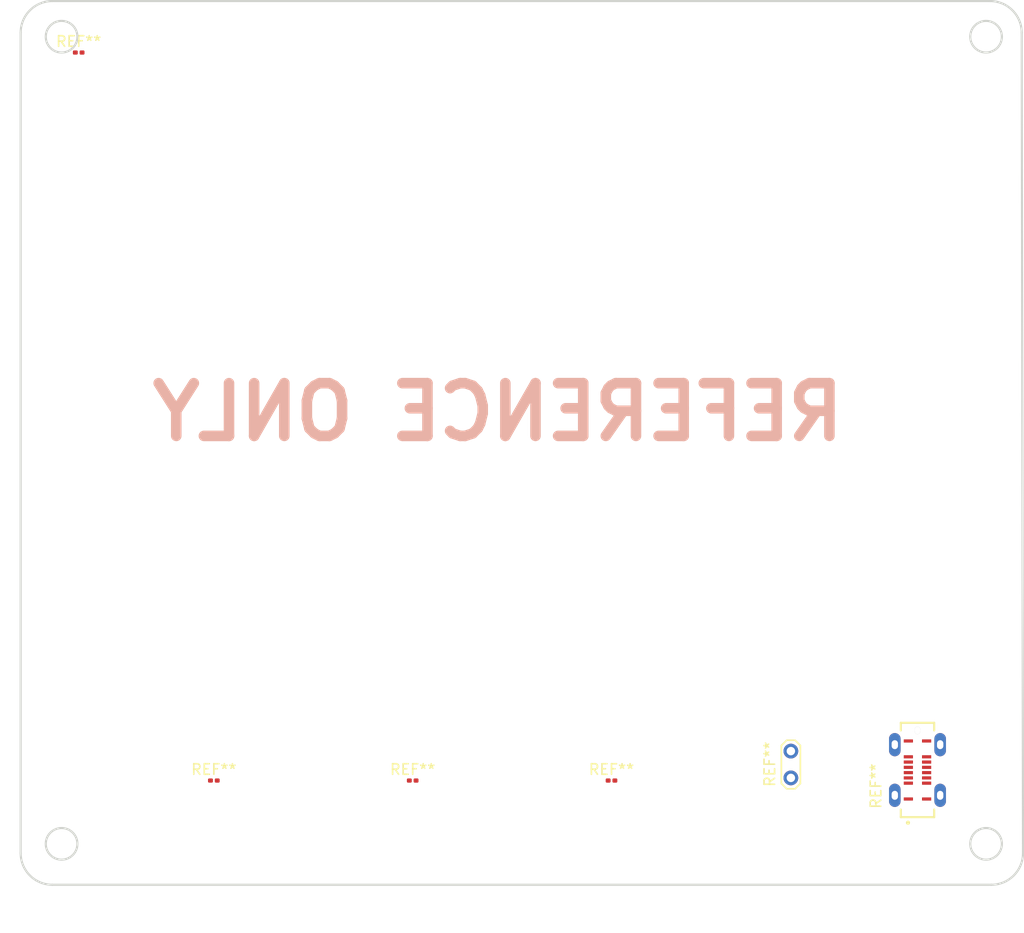
<source format=kicad_pcb>
(kicad_pcb (version 20240108) (generator "pcbnew") (generator_version "8.0")
  (layers (0 "F.Cu" signal) (31 "B.Cu" signal) (34 "B.Paste" user) (35 "F.Paste" user) (36 "B.SilkS" user "B.Silkscreen") (37 "F.SilkS" user "F.Silkscreen") (38 "B.Mask" user) (39 "F.Mask" user) (44 "Edge.Cuts" user))
  (net 0 "")
  (footprint "Resistor_SMD:R_0201_0603Metric" (layer "F.Cu") (at 168.5 100.5)
    (property "Reference" "REF**" (at 0 -1.05 0) (layer "F.SilkS"))
    (property "Value" "R_0201_0603Metric")
    (pad "1" smd roundrect (at -0.32 0) (size 0.46 0.4) (layers "F.Cu" "F.Mask"))
    (pad "2" smd roundrect (at 0.32 0) (size 0.46 0.4) (layers "F.Cu" "F.Mask"))
  )
  (footprint "Resistor_SMD:R_0201_0603Metric" (layer "F.Cu") (at 118 31.5)
    (property "Reference" "REF**" (at 0 -1.05 0) (layer "F.SilkS"))
    (property "Value" "R_0201_0603Metric")
    (pad "1" smd roundrect (at -0.32 0) (size 0.46 0.4) (layers "F.Cu" "F.Mask"))
    (pad "2" smd roundrect (at 0.32 0) (size 0.46 0.4) (layers "F.Cu" "F.Mask"))
  )
  (footprint "Resistor_SMD:R_0201_0603Metric" (layer "F.Cu") (at 149.655 100.5)
    (property "Reference" "REF**" (at 0 -1.05 0) (layer "F.SilkS"))
    (property "Value" "R_0201_0603Metric")
    (pad "1" smd roundrect (at -0.32 0) (size 0.46 0.4) (layers "F.Cu" "F.Mask"))
    (pad "2" smd roundrect (at 0.32 0) (size 0.46 0.4) (layers "F.Cu" "F.Mask"))
  )
  (footprint "USB4120_03_C:USB4120_03_C" (layer "F.Cu") (at 197.5 99.5 90)
    (property "Reference" "REF**" (at -1.524 -3.937 90) (layer "F.SilkS"))
    (property "Value" "GCT_USB4120-03-C_REVA")
    (fp_line (start 4.47 -1.58) (end 4.47 1.58) (stroke (width 0.2)) (layer "F.SilkS"))
    (fp_line (start 3.75 -1.58) (end 4.47 -1.58) (stroke (width 0.2)) (layer "F.SilkS"))
    (fp_line (start -3.75 -1.58) (end -4.47 -1.58) (stroke (width 0.2)) (layer "F.SilkS"))
    (fp_line (start -4.47 -1.58) (end -4.47 1.58) (stroke (width 0.2)) (layer "F.SilkS"))
    (fp_line (start 4.47 1.58) (end 3.75 1.58) (stroke (width 0.2)) (layer "F.SilkS"))
    (fp_line (start -4.47 1.58) (end -3.75 1.58) (stroke (width 0.2)) (layer "F.SilkS"))
    (fp_circle (center -5 -0.9) (end -4.9 -0.9) (stroke (width 0.2)) (fill none) (layer "F.SilkS"))
    (fp_line (start 3.65 -0.26) (end 3.85 -0.26) (stroke (width 0.01)) (layer "Edge.Cuts"))
    (fp_line (start 3.85 0.26) (end 3.65 0.26) (stroke (width 0.01)) (layer "Edge.Cuts"))
    (fp_arc (start 3.85 -0.26) (mid 4.033848 -0.183848) (end 4.11 0) (stroke (width 0.01)) (layer "Edge.Cuts"))
    (fp_arc (start 4.11 0) (mid 4.033848 0.183848) (end 3.85 0.26) (stroke (width 0.01)) (layer "Edge.Cuts"))
    (fp_arc (start 3.39 0) (mid 3.466152 -0.183848) (end 3.65 -0.26) (stroke (width 0.01)) (layer "Edge.Cuts"))
    (fp_arc (start 3.65 0.26) (mid 3.466152 0.183848) (end 3.39 0) (stroke (width 0.01)) (layer "Edge.Cuts"))
    (pad "" np_thru_hole circle (at -3.75 0 90) (size 0.52 0.52) (drill 0.52) (layers "*.Cu" "*.Mask"))
    (pad "" np_thru_hole circle (at 3.75 0 90) (size 0.52 0.52) (drill 0.52) (layers "*.Cu" "*.Mask"))
    (pad "A1" smd rect (at -2.75 -0.865 90) (size 0.3 0.87) (layers "F.Cu" "F.Paste" "F.Mask"))
    (pad "A4" smd rect (at -1.25 -0.865 90) (size 0.3 0.87) (layers "F.Cu" "F.Paste" "F.Mask"))
    (pad "A5" smd rect (at -0.75 -0.865 90) (size 0.3 0.87) (layers "F.Cu" "F.Paste" "F.Mask"))
    (pad "A6" smd rect (at -0.25 -0.865 90) (size 0.3 0.87) (layers "F.Cu" "F.Paste" "F.Mask"))
    (pad "A7" smd rect (at 0.25 -0.865 90) (size 0.3 0.87) (layers "F.Cu" "F.Paste" "F.Mask"))
    (pad "A8" smd rect (at 0.75 -0.865 90) (size 0.3 0.87) (layers "F.Cu" "F.Paste" "F.Mask"))
    (pad "A9" smd rect (at 1.25 -0.865 90) (size 0.3 0.87) (layers "F.Cu" "F.Paste" "F.Mask"))
    (pad "A12" smd rect (at 2.75 -0.865 90) (size 0.3 0.87) (layers "F.Cu" "F.Paste" "F.Mask"))
    (pad "B1" smd rect (at 2.75 0.865 90) (size 0.3 0.87) (layers "F.Cu" "F.Paste" "F.Mask"))
    (pad "B4" smd rect (at 1.25 0.865 90) (size 0.3 0.87) (layers "F.Cu" "F.Paste" "F.Mask"))
    (pad "B5" smd rect (at 0.75 0.865 90) (size 0.3 0.87) (layers "F.Cu" "F.Paste" "F.Mask"))
    (pad "B6" smd rect (at 0.25 0.865 90) (size 0.3 0.87) (layers "F.Cu" "F.Paste" "F.Mask"))
    (pad "B7" smd rect (at -0.25 0.865 90) (size 0.3 0.87) (layers "F.Cu" "F.Paste" "F.Mask"))
    (pad "B8" smd rect (at -0.75 0.865 90) (size 0.3 0.87) (layers "F.Cu" "F.Paste" "F.Mask"))
    (pad "B9" smd rect (at -1.25 0.865 90) (size 0.3 0.87) (layers "F.Cu" "F.Paste" "F.Mask"))
    (pad "B12" smd rect (at -2.75 0.865 90) (size 0.3 0.87) (layers "F.Cu" "F.Paste" "F.Mask"))
    (pad "S1" thru_hole oval (at -2.4 -2.15 90) (size 2.2 1.1) (drill oval 0.85 0.6) (layers "*.Cu" "*.Mask"))
    (pad "S2" thru_hole oval (at -2.4 2.15 90) (size 2.2 1.1) (drill oval 0.85 0.6) (layers "*.Cu" "*.Mask"))
    (pad "S3" thru_hole oval (at 2.4 -2.15 90) (size 2.2 1.1) (drill oval 0.85 0.6) (layers "*.Cu" "*.Mask"))
    (pad "S4" thru_hole oval (at 2.4 2.15 90) (size 2.2 1.1) (drill oval 0.85 0.6) (layers "*.Cu" "*.Mask"))
  )
  (footprint "TestPoint:TestPoint_2Pads_Pitch2.54mm_Drill0.8mm" (layer "F.Cu") (at 185.5 100.25 90)
    (property "Reference" "REF**" (at 1.3 -2 90) (layer "F.SilkS"))
    (property "Value" "TestPoint_2Pads_Pitch2.54mm_Drill0.8mm")
    (fp_line (start 3.07 -0.9) (end 3.57 -0.4) (stroke (width 0.15)) (layer "F.SilkS"))
    (fp_line (start -0.53 -0.9) (end 3.07 -0.9) (stroke (width 0.15)) (layer "F.SilkS"))
    (fp_line (start 3.57 -0.4) (end 3.57 0.4) (stroke (width 0.15)) (layer "F.SilkS"))
    (fp_line (start -1.03 -0.4) (end -0.53 -0.9) (stroke (width 0.15)) (layer "F.SilkS"))
    (fp_line (start 3.57 0.4) (end 3.07 0.9) (stroke (width 0.15)) (layer "F.SilkS"))
    (fp_line (start -1.03 0.4) (end -1.03 -0.4) (stroke (width 0.15)) (layer "F.SilkS"))
    (fp_line (start 3.07 0.9) (end -0.53 0.9) (stroke (width 0.15)) (layer "F.SilkS"))
    (fp_line (start -0.53 0.9) (end -1.03 0.4) (stroke (width 0.15)) (layer "F.SilkS"))
    (pad "1" thru_hole circle (at 0 0 90) (size 1.4 1.4) (drill 0.8) (layers "*.Cu" "*.Mask"))
    (pad "2" thru_hole circle (at 2.54 0 90) (size 1.4 1.4) (drill 0.8) (layers "*.Cu" "*.Mask"))
  )
  (footprint "Resistor_SMD:R_0201_0603Metric" (layer "F.Cu") (at 130.81 100.5)
    (property "Reference" "REF**" (at 0 -1.05 0) (layer "F.SilkS"))
    (property "Value" "R_0201_0603Metric")
    (pad "1" smd roundrect (at -0.32 0) (size 0.46 0.4) (layers "F.Cu" "F.Mask"))
    (pad "2" smd roundrect (at 0.32 0) (size 0.46 0.4) (layers "F.Cu" "F.Mask"))
  )
  (gr_arc (start 112.5 29.62132) (mid 113.378674 27.499994) (end 115.5 26.62132) (stroke (width 0.2)) (layer "Edge.Cuts"))
  (gr_line (start 204.5 110.37868) (end 115.5 110.37868) (stroke (width 0.2)) (layer "Edge.Cuts"))
  (gr_line (start 207.5 107.37868) (end 207.37868 29.62132) (stroke (width 0.2)) (layer "Edge.Cuts"))
  (gr_arc (start 204.37868 26.62132) (mid 206.500006 27.499994) (end 207.37868 29.62132) (stroke (width 0.2)) (layer "Edge.Cuts"))
  (gr_circle (center 204 106.5) (end 205.5 106.5) (stroke (width 0.2)) (fill none) (layer "Edge.Cuts"))
  (gr_line (start 115.5 26.62132) (end 204.37868 26.62132) (stroke (width 0.2)) (layer "Edge.Cuts"))
  (gr_circle (center 116.37868 106.5) (end 117.87868 106.5) (stroke (width 0.2)) (fill none) (layer "Edge.Cuts"))
  (gr_arc (start 115.5 110.37868) (mid 113.378674 109.500006) (end 112.5 107.37868) (stroke (width 0.2)) (layer "Edge.Cuts"))
  (gr_circle (center 116.37868 30) (end 117.87868 30) (stroke (width 0.2)) (fill none) (layer "Edge.Cuts"))
  (gr_arc (start 207.5 107.37868) (mid 206.621327 109.500013) (end 204.5 110.37868) (stroke (width 0.2)) (layer "Edge.Cuts"))
  (gr_circle (center 204 30) (end 205.5 30) (stroke (width 0.2)) (fill none) (layer "Edge.Cuts"))
  (gr_line (start 112.5 107.37868) (end 112.5 29.62132) (stroke (width 0.2)) (layer "Edge.Cuts"))
  (gr_text "REFERENCE ONLY" (at 191 68.5 0) (layer "B.SilkS") (effects (font (size 5 5) (thickness 1) (bold yes)) (justify left bottom mirror)))
)
</source>
